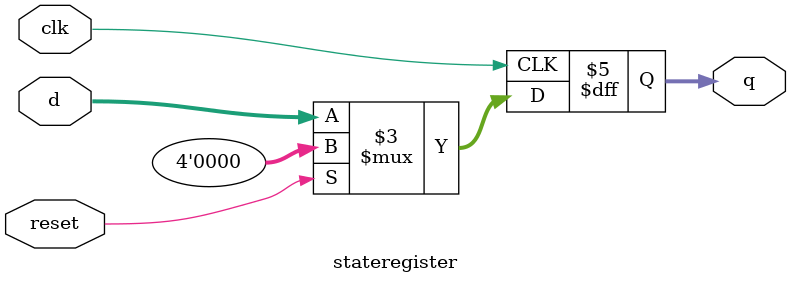
<source format=sv>
module stateregister(input  logic       clk,
           input  logic       reset, 
           input  logic [3:0] d, 
           output logic [3:0] q);
 
  // synchronous reset
  always_ff @(posedge clk)
    if (reset) q <= 4'b0;
    else       q <= d;

endmodule
</source>
